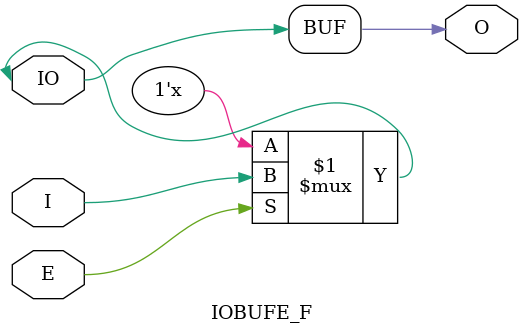
<source format=v>

/*

FUNCTION	: Input Output BUFFER

*/

`timescale  100 ps / 10 ps

`celldefine

module IOBUFE_F (O, IO, I, E);

    output O;

    inout  IO;

    input  I, E;

    bufif1 E1 (IO, I, E);
    buf B1 (O, IO);

    specify
	(IO *> O) = (1,1);
	(I *> IO) = (1,1);
	(E *> IO) = (1,1);
    endspecify

endmodule

`endcelldefine

</source>
